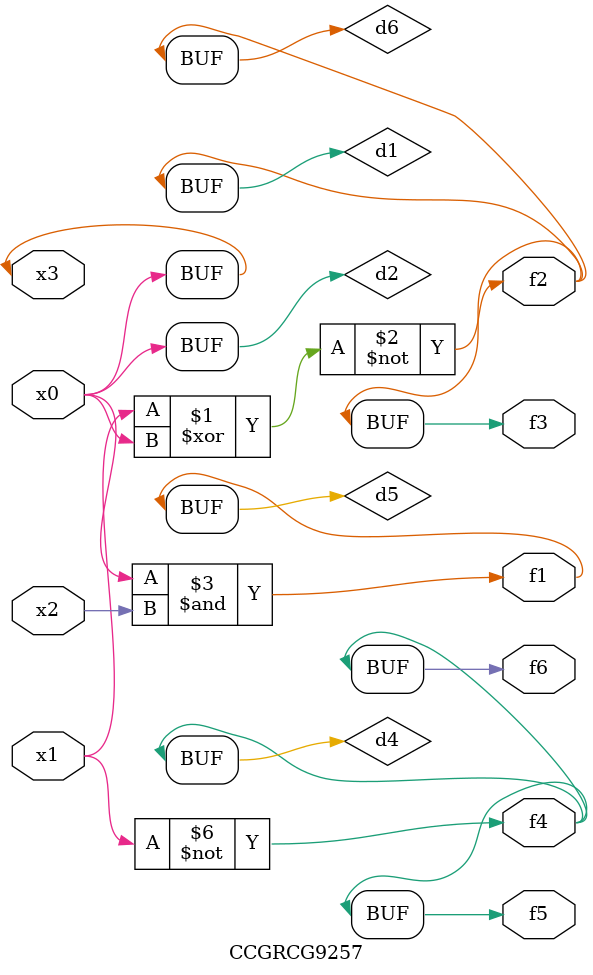
<source format=v>
module CCGRCG9257(
	input x0, x1, x2, x3,
	output f1, f2, f3, f4, f5, f6
);

	wire d1, d2, d3, d4, d5, d6;

	xnor (d1, x1, x3);
	buf (d2, x0, x3);
	nand (d3, x0, x2);
	not (d4, x1);
	nand (d5, d3);
	or (d6, d1);
	assign f1 = d5;
	assign f2 = d6;
	assign f3 = d6;
	assign f4 = d4;
	assign f5 = d4;
	assign f6 = d4;
endmodule

</source>
